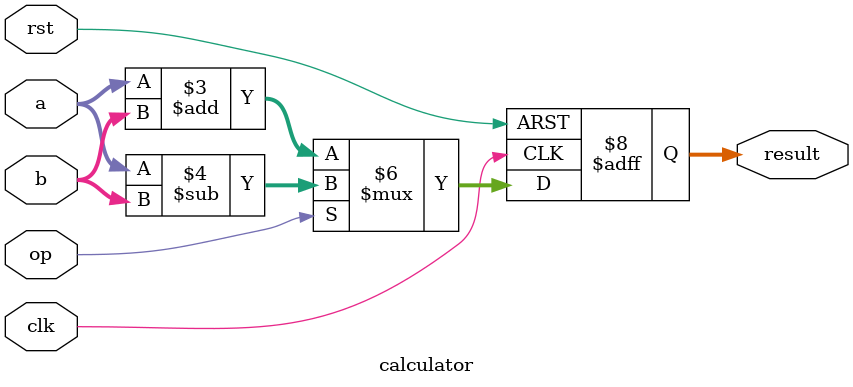
<source format=v>
module calculator(
    input clk,
    input rst,
    input [7:0] a,
    input [7:0] b,
    input op,
    output reg [7:0] result
);

always @(posedge clk, posedge rst) begin
    if (rst) begin
        result <= 0;
    end else begin
        if (op == 0) begin
            result <= a + b;
        end else begin
            result <= a - b;
        end
    end
end

endmodule
</source>
